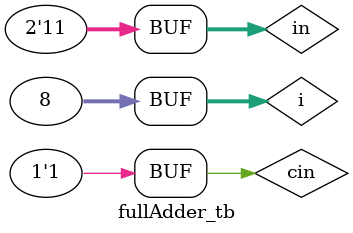
<source format=sv>
`timescale 1ps/1ps
module fullAdder(in, cin, sum, cout);
	input logic [1:0] in;
	input logic cin;
	output logic sum, cout;
	logic h0sum, h0cout, h1cout;
	
	halfAdder h0(.in(in[1:0]), .cout(h0cout), .sum(h0sum));
	halfAdder h1(.in({cin, h0sum}), .cout(h1cout), .sum);
	or #50 o0(cout, h0cout, h1cout);
	
endmodule

module fullAdder_tb();
	logic [1:0]in;
	logic cin, sum, cout;
	
	fullAdder dut(.*);
	integer i;
	
	initial begin
		for (i = 0; i < 8; i++) begin
			{cin, in} = i;
			#10;
		end
	end
endmodule
	
</source>
